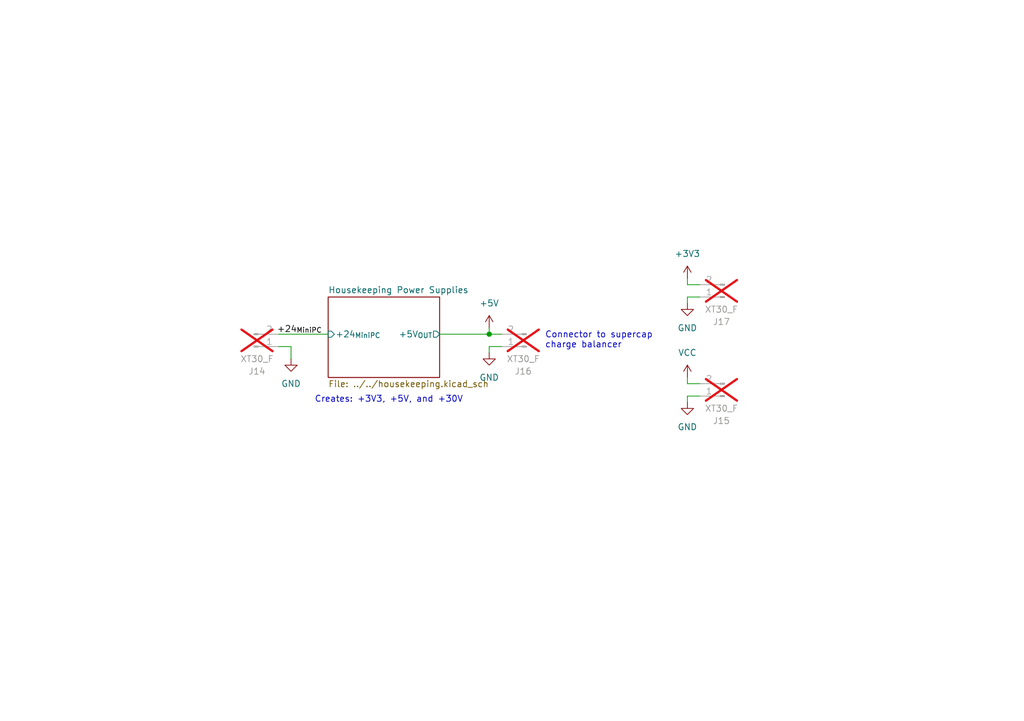
<source format=kicad_sch>
(kicad_sch (version 20250114) (generator "eeschema") (generator_version "9.0")
  (paper "A5")
  (title_block (title "Housekeeping Power Supplies Test Board") (date "2025-05-26") (rev "1B") (company "UT Robomasters") (comment 1 "Robomasters"))
  (lib_symbols
    (symbol "Connector:Conn_01x02_Pin" (pin_names (offset 1.016) (hide yes))
      (property "Reference" "J" (at 0 2.54 0))
      (property "Value" "Conn_01x02_Pin" (at 0 -5.08 0))
      (symbol "Conn_01x02_Pin_1_1"
        (rectangle (start 0.8636 0.127) (end 0 -0.127) (stroke (width 0.1524)) (fill (type outline)))
        (rectangle (start 0.8636 -2.413) (end 0 -2.667) (stroke (width 0.1524)) (fill (type outline)))
        (polyline (pts (xy 1.27 0) (xy 0.8636 0)) (stroke (width 0.1524)))
        (polyline (pts (xy 1.27 -2.54) (xy 0.8636 -2.54)) (stroke (width 0.1524)))
        (pin passive line (at 5.08 0 180) (length 3.81) (name "Pin_1") (number "1"))
        (pin passive line (at 5.08 -2.54 180) (length 3.81) (name "Pin_2") (number "2"))
      )
    )
    (symbol "power:+3V3" (power) (pin_numbers (hide yes)) (pin_names (offset 0) (hide yes))
      (property "Value" "+3V3" (at 0 3.556 0))
      (symbol "+3V3_0_1"
        (polyline (pts (xy -0.762 1.27) (xy 0 2.54)))
        (polyline (pts (xy 0 2.54) (xy 0.762 1.27)))
        (polyline (pts (xy 0 0) (xy 0 2.54)))
      )
      (symbol "+3V3_1_1"
        (pin power_in line (at 0 0 90) (length 0) (name "~") (number "1"))
      )
    )
    (symbol "power:+5V" (power) (pin_numbers (hide yes)) (pin_names (offset 0) (hide yes))
      (property "Value" "+5V" (at 0 3.556 0))
      (symbol "+5V_0_1"
        (polyline (pts (xy -0.762 1.27) (xy 0 2.54)))
        (polyline (pts (xy 0 2.54) (xy 0.762 1.27)))
        (polyline (pts (xy 0 0) (xy 0 2.54)))
      )
      (symbol "+5V_1_1"
        (pin power_in line (at 0 0 90) (length 0) (name "~") (number "1"))
      )
    )
    (symbol "power:GND" (power) (pin_numbers (hide yes)) (pin_names (offset 0) (hide yes))
      (property "Value" "GND" (at 0 -3.81 0))
      (symbol "GND_0_1"
        (polyline (pts (xy 0 0) (xy 0 -1.27) (xy 1.27 -1.27) (xy 0 -2.54) (xy -1.27 -1.27) (xy 0 -1.27)))
      )
      (symbol "GND_1_1"
        (pin power_in line (at 0 0 270) (length 0) (name "~") (number "1"))
      )
    )
    (symbol "power:VCC" (power) (pin_numbers (hide yes)) (pin_names (offset 0) (hide yes))
      (property "Value" "VCC" (at 0 3.556 0))
      (symbol "VCC_0_1"
        (polyline (pts (xy -0.762 1.27) (xy 0 2.54)))
        (polyline (pts (xy 0 2.54) (xy 0.762 1.27)))
        (polyline (pts (xy 0 0) (xy 0 2.54)))
      )
      (symbol "VCC_1_1"
        (pin power_in line (at 0 0 90) (length 0) (name "~") (number "1"))
      )
    )
  )
  (text "Creates: +3V3, +5V, and +30V" (at 79.756 82.042 0) (effects (font (size 1.27 1.27))))
  (text "Connector to supercap\ncharge balancer" (at 111.76 69.85 0) (effects (font (size 1.27 1.27)) (justify left)))
  (junction (at 100.33 68.58))
  (wire (pts (xy 100.33 68.58) (xy 102.87 68.58)))
  (wire (pts (xy 140.97 58.42) (xy 143.51 58.42)))
  (wire (pts (xy 140.97 78.74) (xy 143.51 78.74)))
  (wire (pts (xy 59.69 73.66) (xy 59.69 71.12)))
  (wire (pts (xy 140.97 57.15) (xy 140.97 58.42)))
  (wire (pts (xy 100.33 71.12) (xy 102.87 71.12)))
  (wire (pts (xy 59.69 71.12) (xy 57.15 71.12)))
  (wire (pts (xy 57.15 68.58) (xy 67.31 68.58)))
  (wire (pts (xy 100.33 67.31) (xy 100.33 68.58)))
  (wire (pts (xy 143.51 81.28) (xy 140.97 81.28)))
  (wire (pts (xy 140.97 81.28) (xy 140.97 82.55)))
  (wire (pts (xy 140.97 77.47) (xy 140.97 78.74)))
  (wire (pts (xy 90.17 68.58) (xy 100.33 68.58)))
  (wire (pts (xy 100.33 72.39) (xy 100.33 71.12)))
  (wire (pts (xy 140.97 60.96) (xy 140.97 62.23)))
  (wire (pts (xy 143.51 60.96) (xy 140.97 60.96)))
  (label "+24_{MiniPC}" (at 66.04 68.58 180))
  (symbol (lib_id "Connector:Conn_01x02_Pin") (at 107.95 71.12 180) (unit 1) (dnp yes)
    (property "Reference" "J16" (at 107.315 76.2 0))
    (property "Value" "XT30_F" (at 107.315 73.66 0))
    (property "Footprint" "Connector_AMASS:AMASS_XT30U-F_1x02_P5.0mm_Vertical" (effects (hide yes)))
    (property "Description" "Generic connector, single row, 01x02, script generated" (effects (hide yes)))
  )
  (symbol (lib_id "power:+5V") (at 100.33 67.31 0) (unit 1)
    (property "Reference" "#PWR021" (effects (hide yes)))
    (property "Value" "+5V" (at 100.33 62.23 0))
    (property "Description" "Power symbol creates a global label with name \"+5V\"" (effects (hide yes)))
  )
  (symbol (lib_id "Connector:Conn_01x02_Pin") (at 52.07 71.12 0) (mirror x) (unit 1) (dnp yes)
    (property "Reference" "J14" (at 52.705 76.2 0))
    (property "Value" "XT30_F" (at 52.705 73.66 0))
    (property "Footprint" "Connector_AMASS:AMASS_XT30U-F_1x02_P5.0mm_Vertical" (effects (hide yes)))
    (property "Description" "Generic connector, single row, 01x02, script generated" (effects (hide yes)))
  )
  (symbol (lib_id "power:GND") (at 59.69 73.66 0) (unit 1)
    (property "Reference" "#PWR028" (effects (hide yes)))
    (property "Value" "GND" (at 59.69 78.74 0))
    (property "Description" "Power symbol creates a global label with name \"GND\" , ground" (effects (hide yes)))
  )
  (symbol (lib_id "Connector:Conn_01x02_Pin") (at 148.59 81.28 180) (unit 1) (dnp yes)
    (property "Reference" "J15" (at 147.955 86.36 0))
    (property "Value" "XT30_F" (at 147.955 83.82 0))
    (property "Footprint" "Connector_AMASS:AMASS_XT30U-F_1x02_P5.0mm_Vertical" (effects (hide yes)))
    (property "Description" "Generic connector, single row, 01x02, script generated" (effects (hide yes)))
  )
  (symbol (lib_id "power:GND") (at 140.97 62.23 0) (unit 1)
    (property "Reference" "#PWR018" (effects (hide yes)))
    (property "Value" "GND" (at 140.97 67.31 0))
    (property "Description" "Power symbol creates a global label with name \"GND\" , ground" (effects (hide yes)))
  )
  (symbol (lib_id "power:GND") (at 140.97 82.55 0) (unit 1)
    (property "Reference" "#PWR031" (effects (hide yes)))
    (property "Value" "GND" (at 140.97 87.63 0))
    (property "Description" "Power symbol creates a global label with name \"GND\" , ground" (effects (hide yes)))
  )
  (symbol (lib_id "power:GND") (at 100.33 72.39 0) (unit 1)
    (property "Reference" "#PWR019" (effects (hide yes)))
    (property "Value" "GND" (at 100.33 77.47 0))
    (property "Description" "Power symbol creates a global label with name \"GND\" , ground" (effects (hide yes)))
  )
  (symbol (lib_id "power:+3V3") (at 140.97 57.15 0) (unit 1)
    (property "Reference" "#PWR016" (effects (hide yes)))
    (property "Value" "+3V3" (at 140.97 52.07 0))
    (property "Description" "Power symbol creates a global label with name \"+3V3\"" (effects (hide yes)))
  )
  (symbol (lib_id "power:VCC") (at 140.97 77.47 0) (unit 1)
    (property "Reference" "#PWR029" (effects (hide yes)))
    (property "Value" "VCC" (at 140.97 72.39 0))
    (property "Description" "Power symbol creates a global label with name \"VCC\"" (effects (hide yes)))
  )
  (symbol (lib_id "Connector:Conn_01x02_Pin") (at 148.59 60.96 180) (unit 1) (dnp yes)
    (property "Reference" "J17" (at 147.955 66.04 0))
    (property "Value" "XT30_F" (at 147.955 63.5 0))
    (property "Footprint" "Connector_AMASS:AMASS_XT30U-F_1x02_P5.0mm_Vertical" (effects (hide yes)))
    (property "Description" "Generic connector, single row, 01x02, script generated" (effects (hide yes)))
  )
  (sheet (at 67.31 60.96) (size 22.86 16.51) (stroke (width 0.1524))
    (property "Sheetname" "Housekeeping Power Supplies" (at 67.31 60.2484 0) (effects (justify left bottom)))
    (property "Sheetfile" "../../housekeeping.kicad_sch" (at 67.31 78.0546 0) (effects (justify left top)))
    (pin "+24_{MiniPC}" input (at 67.31 68.58 180))
    (pin "+5V_{OUT}" output (at 90.17 68.58 0))
  )
)
</source>
